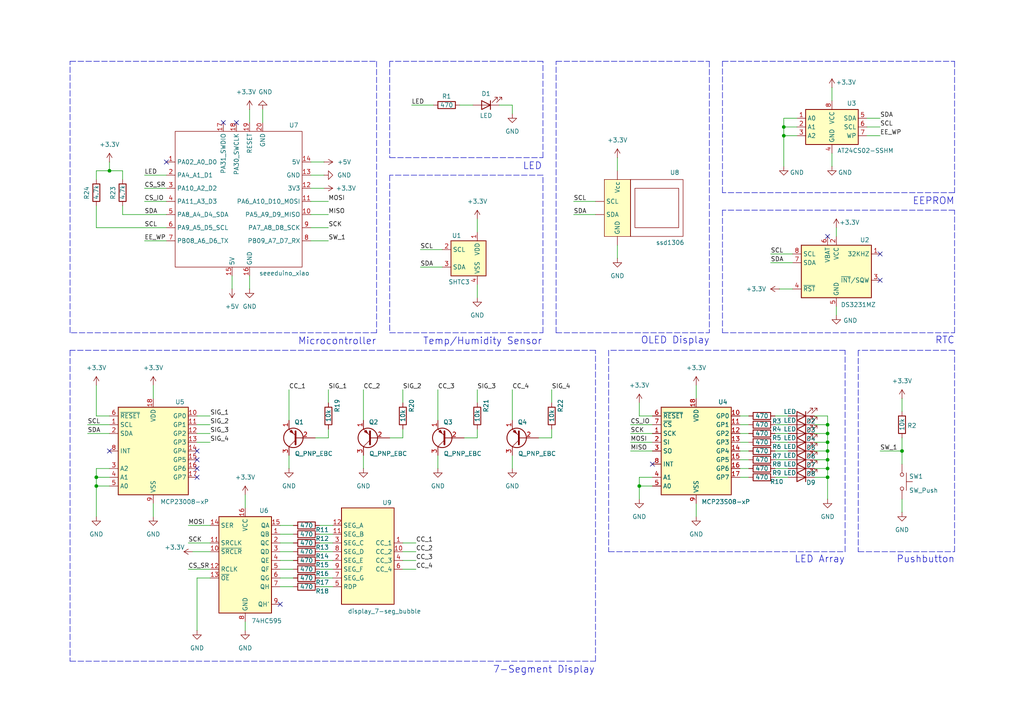
<source format=kicad_sch>
(kicad_sch (version 20231120) (generator "eeschema") (generator_version "8.0")
  (paper "A4")
  (title_block (title "demo-drivers") (rev "v1") (company "John Greenwell"))
  (lib_symbols
    (symbol "74xx:74HC595"
      (property "Reference" "U" (at -7.62 13.97 0))
      (property "Value" "74HC595" (at -7.62 -16.51 0))
      (symbol "74HC595_1_0"
        (pin tri_state line (at 10.16 7.62 180) (length 2.54) (name "QB") (number "1"))
        (pin input line (at -10.16 2.54 0) (length 2.54) (name "~{SRCLR}") (number "10"))
        (pin input line (at -10.16 5.08 0) (length 2.54) (name "SRCLK") (number "11"))
        (pin input line (at -10.16 -2.54 0) (length 2.54) (name "RCLK") (number "12"))
        (pin input line (at -10.16 -5.08 0) (length 2.54) (name "~{OE}") (number "13"))
        (pin input line (at -10.16 10.16 0) (length 2.54) (name "SER") (number "14"))
        (pin tri_state line (at 10.16 10.16 180) (length 2.54) (name "QA") (number "15"))
        (pin power_in line (at 0 15.24 270) (length 2.54) (name "VCC") (number "16"))
        (pin tri_state line (at 10.16 5.08 180) (length 2.54) (name "QC") (number "2"))
        (pin tri_state line (at 10.16 2.54 180) (length 2.54) (name "QD") (number "3"))
        (pin tri_state line (at 10.16 0 180) (length 2.54) (name "QE") (number "4"))
        (pin tri_state line (at 10.16 -2.54 180) (length 2.54) (name "QF") (number "5"))
        (pin tri_state line (at 10.16 -5.08 180) (length 2.54) (name "QG") (number "6"))
        (pin tri_state line (at 10.16 -7.62 180) (length 2.54) (name "QH") (number "7"))
        (pin power_in line (at 0 -17.78 90) (length 2.54) (name "GND") (number "8"))
        (pin output line (at 10.16 -12.7 180) (length 2.54) (name "QH'") (number "9"))
      )
      (symbol "74HC595_1_1"
        (rectangle (start -7.62 12.7) (end 7.62 -15.24) (stroke (width 0.254)) (fill (type background)))
      )
    )
    (symbol "Device:LED" (pin_numbers hide) (pin_names (offset 1.016) hide)
      (property "Reference" "D" (at 0 2.54 0))
      (property "Value" "LED" (at 0 -2.54 0))
      (symbol "LED_0_1"
        (polyline (pts (xy -1.27 -1.27) (xy -1.27 1.27)) (stroke (width 0.254)))
        (polyline (pts (xy -1.27 0) (xy 1.27 0)))
        (polyline (pts (xy 1.27 -1.27) (xy 1.27 1.27) (xy -1.27 0) (xy 1.27 -1.27)) (stroke (width 0.254)))
        (polyline (pts (xy -3.048 -0.762) (xy -4.572 -2.286) (xy -3.81 -2.286) (xy -4.572 -2.286) (xy -4.572 -1.524)))
        (polyline (pts (xy -1.778 -0.762) (xy -3.302 -2.286) (xy -2.54 -2.286) (xy -3.302 -2.286) (xy -3.302 -1.524)))
      )
      (symbol "LED_1_1"
        (pin passive line (at -3.81 0 0) (length 2.54) (name "K") (number "1"))
        (pin passive line (at 3.81 0 180) (length 2.54) (name "A") (number "2"))
      )
    )
    (symbol "Device:Q_PNP_EBC" (pin_names (offset 0) hide)
      (property "Reference" "Q" (at 5.08 1.27 0))
      (property "Value" "Q_PNP_EBC" (at 5.08 -1.27 0))
      (symbol "Q_PNP_EBC_0_1"
        (polyline (pts (xy 0.635 0.635) (xy 2.54 2.54)))
        (polyline (pts (xy 0.635 -0.635) (xy 2.54 -2.54) (xy 2.54 -2.54)))
        (polyline (pts (xy 0.635 1.905) (xy 0.635 -1.905) (xy 0.635 -1.905)) (stroke (width 0.508)))
        (polyline (pts (xy 2.286 -1.778) (xy 1.778 -2.286) (xy 1.27 -1.27) (xy 2.286 -1.778) (xy 2.286 -1.778)) (fill (type outline)))
        (circle (center 1.27 0) (radius 2.8194) (stroke (width 0.254)))
      )
      (symbol "Q_PNP_EBC_1_1"
        (pin passive line (at 2.54 -5.08 90) (length 2.54) (name "E") (number "1"))
        (pin input line (at -5.08 0 0) (length 5.715) (name "B") (number "2"))
        (pin passive line (at 2.54 5.08 270) (length 2.54) (name "C") (number "3"))
      )
    )
    (symbol "Device:R" (pin_numbers hide) (pin_names (offset 0))
      (property "Reference" "R" (at 2.032 0 90))
      (property "Value" "R" (at 0 0 90))
      (symbol "R_0_1"
        (rectangle (start -1.016 -2.54) (end 1.016 2.54) (stroke (width 0.254)))
      )
      (symbol "R_1_1"
        (pin passive line (at 0 3.81 270) (length 1.27) (name "~") (number "1"))
        (pin passive line (at 0 -3.81 90) (length 1.27) (name "~") (number "2"))
      )
    )
    (symbol "Interface_Expansion:MCP23008-xP"
      (property "Reference" "U" (at -8.89 13.97 0))
      (property "Value" "MCP23008-xP" (at 8.89 13.97 0))
      (symbol "MCP23008-xP_0_1"
        (rectangle (start -10.16 12.7) (end 10.16 -12.7) (stroke (width 0.254)) (fill (type background)))
      )
      (symbol "MCP23008-xP_1_1"
        (pin input line (at -12.7 7.62 0) (length 2.54) (name "SCL") (number "1"))
        (pin bidirectional line (at 12.7 10.16 180) (length 2.54) (name "GP0") (number "10"))
        (pin bidirectional line (at 12.7 7.62 180) (length 2.54) (name "GP1") (number "11"))
        (pin bidirectional line (at 12.7 5.08 180) (length 2.54) (name "GP2") (number "12"))
        (pin bidirectional line (at 12.7 2.54 180) (length 2.54) (name "GP3") (number "13"))
        (pin bidirectional line (at 12.7 0 180) (length 2.54) (name "GP4") (number "14"))
        (pin bidirectional line (at 12.7 -2.54 180) (length 2.54) (name "GP5") (number "15"))
        (pin bidirectional line (at 12.7 -5.08 180) (length 2.54) (name "GP6") (number "16"))
        (pin bidirectional line (at 12.7 -7.62 180) (length 2.54) (name "GP7") (number "17"))
        (pin power_in line (at 0 15.24 270) (length 2.54) (name "VDD") (number "18"))
        (pin bidirectional line (at -12.7 5.08 0) (length 2.54) (name "SDA") (number "2"))
        (pin input line (at -12.7 -5.08 0) (length 2.54) (name "A2") (number "3"))
        (pin input line (at -12.7 -7.62 0) (length 2.54) (name "A1") (number "4"))
        (pin input line (at -12.7 -10.16 0) (length 2.54) (name "A0") (number "5"))
        (pin input line (at -12.7 10.16 0) (length 2.54) (name "~{RESET}") (number "6"))
        (pin no_connect line (at -10.16 -2.54 0) (length 2.54) hide (name "NC") (number "7"))
        (pin output line (at -12.7 0 0) (length 2.54) (name "INT") (number "8"))
        (pin power_in line (at 0 -15.24 90) (length 2.54) (name "VSS") (number "9"))
      )
    )
    (symbol "Memory_EEPROM:AT24CS02-SSHM"
      (property "Reference" "U" (at -7.62 6.35 0))
      (property "Value" "AT24CS02-SSHM" (at 2.54 -6.35 0))
      (symbol "AT24CS02-SSHM_1_1"
        (rectangle (start -7.62 5.08) (end 7.62 -5.08) (stroke (width 0.254)) (fill (type background)))
        (pin input line (at -10.16 2.54 0) (length 2.54) (name "A0") (number "1"))
        (pin input line (at -10.16 0 0) (length 2.54) (name "A1") (number "2"))
        (pin input line (at -10.16 -2.54 0) (length 2.54) (name "A2") (number "3"))
        (pin power_in line (at 0 -7.62 90) (length 2.54) (name "GND") (number "4"))
        (pin bidirectional line (at 10.16 2.54 180) (length 2.54) (name "SDA") (number "5"))
        (pin input line (at 10.16 0 180) (length 2.54) (name "SCL") (number "6"))
        (pin input line (at 10.16 -2.54 180) (length 2.54) (name "WP") (number "7"))
        (pin power_in line (at 0 7.62 270) (length 2.54) (name "VCC") (number "8"))
      )
    )
    (symbol "Sensor_Humidity:SHTC3"
      (property "Reference" "U" (at -3.81 6.35 0))
      (property "Value" "SHTC3" (at -2.54 -6.35 0))
      (symbol "SHTC3_1_1"
        (rectangle (start -5.08 5.08) (end 5.08 -5.08) (stroke (width 0.254)) (fill (type background)))
        (pin power_in line (at 2.54 7.62 270) (length 2.54) (name "VDD") (number "1"))
        (pin input line (at -7.62 2.54 0) (length 2.54) (name "SCL") (number "2"))
        (pin bidirectional line (at -7.62 -2.54 0) (length 2.54) (name "SDA") (number "3"))
        (pin power_in line (at 2.54 -7.62 90) (length 2.54) (name "VSS") (number "4"))
        (pin no_connect line (at 5.08 0 180) (length 2.54) hide (name "NC") (number "5"))
      )
    )
    (symbol "Switch:SW_Push" (pin_numbers hide) (pin_names (offset 1.016) hide)
      (property "Reference" "SW" (at 1.27 2.54 0))
      (property "Value" "SW_Push" (at 0 -1.524 0))
      (symbol "SW_Push_0_1"
        (circle (center -2.032 0) (radius 0.508))
        (polyline (pts (xy 0 1.27) (xy 0 3.048)))
        (polyline (pts (xy 2.54 1.27) (xy -2.54 1.27)))
        (circle (center 2.032 0) (radius 0.508))
        (pin passive line (at -5.08 0 0) (length 2.54) (name "1") (number "1"))
        (pin passive line (at 5.08 0 180) (length 2.54) (name "2") (number "2"))
      )
    )
    (symbol "Timer_RTC:DS3231MZ"
      (property "Reference" "U" (at -7.62 8.89 0))
      (property "Value" "DS3231MZ" (at 11.43 8.89 0))
      (symbol "DS3231MZ_0_1"
        (rectangle (start -10.16 7.62) (end 10.16 -7.62) (stroke (width 0.254)) (fill (type background)))
      )
      (symbol "DS3231MZ_1_1"
        (pin open_collector line (at 12.7 5.08 180) (length 2.54) (name "32KHZ") (number "1"))
        (pin power_in line (at 0 10.16 270) (length 2.54) (name "VCC") (number "2"))
        (pin open_collector line (at 12.7 -2.54 180) (length 2.54) (name "~{INT}/SQW") (number "3"))
        (pin bidirectional line (at -12.7 -5.08 0) (length 2.54) (name "~{RST}") (number "4"))
        (pin power_in line (at 0 -10.16 90) (length 2.54) (name "GND") (number "5"))
        (pin power_in line (at -2.54 10.16 270) (length 2.54) (name "VBAT") (number "6"))
        (pin bidirectional line (at -12.7 2.54 0) (length 2.54) (name "SDA") (number "7"))
        (pin input line (at -12.7 5.08 0) (length 2.54) (name "SCL") (number "8"))
      )
    )
    (symbol "custom:MCP23S08-xP"
      (property "Reference" "U" (at -8.89 13.97 0))
      (property "Value" "MCP23S08-xP" (at 8.89 14.224 0))
      (symbol "MCP23S08-xP_0_1"
        (rectangle (start -10.16 12.7) (end 10.16 -12.7) (stroke (width 0.254)) (fill (type background)))
      )
      (symbol "MCP23S08-xP_1_1"
        (pin output line (at -12.7 5.08 0) (length 2.54) (name "SCK") (number "1"))
        (pin bidirectional line (at 12.7 10.16 180) (length 2.54) (name "GP0") (number "10"))
        (pin bidirectional line (at 12.7 7.62 180) (length 2.54) (name "GP1") (number "11"))
        (pin bidirectional line (at 12.7 5.08 180) (length 2.54) (name "GP2") (number "12"))
        (pin bidirectional line (at 12.7 2.54 180) (length 2.54) (name "GP3") (number "13"))
        (pin bidirectional line (at 12.7 0 180) (length 2.54) (name "GP4") (number "14"))
        (pin bidirectional line (at 12.7 -2.54 180) (length 2.54) (name "GP5") (number "15"))
        (pin bidirectional line (at 12.7 -5.08 180) (length 2.54) (name "GP6") (number "16"))
        (pin bidirectional line (at 12.7 -7.62 180) (length 2.54) (name "GP7") (number "17"))
        (pin power_in line (at 0 15.24 270) (length 2.54) (name "VDD") (number "18"))
        (pin input line (at -12.7 2.54 0) (length 2.54) (name "SI") (number "2"))
        (pin output line (at -12.7 0 0) (length 2.54) (name "SO") (number "3"))
        (pin input line (at -12.7 -7.62 0) (length 2.54) (name "A1") (number "4"))
        (pin input line (at -12.7 -10.16 0) (length 2.54) (name "A0") (number "5"))
        (pin input line (at -12.7 10.16 0) (length 2.54) (name "~{RESET}") (number "6"))
        (pin input line (at -12.7 7.62 0) (length 2.54) (name "~{CS}") (number "7"))
        (pin output line (at -12.7 -3.81 0) (length 2.54) (name "INT") (number "8"))
        (pin power_in line (at 0 -15.24 90) (length 2.54) (name "VSS") (number "9"))
      )
    )
    (symbol "custom:display_7-seg_bubble"
      (property "Reference" "U" (at 0 0 0))
      (property "Value" "display_7-seg_bubble" (at 5.08 -15.494 0))
      (symbol "display_7-seg_bubble_1_1"
        (rectangle (start -7.62 13.97) (end 7.62 -13.97) (stroke (width 0.254)) (fill (type background)))
        (pin open_emitter line (at 10.16 3.81 180) (length 2.54) (name "CC_1") (number "1"))
        (pin open_emitter line (at 10.16 1.27 180) (length 2.54) (name "CC_2") (number "10"))
        (pin open_collector line (at -10.16 6.35 0) (length 2.54) (name "SEG_B") (number "11"))
        (pin open_collector line (at -10.16 8.89 0) (length 2.54) (name "SEG_A") (number "12"))
        (pin open_collector line (at -10.16 -1.27 0) (length 2.54) (name "SEG_E") (number "2"))
        (pin open_collector line (at -10.16 3.81 0) (length 2.54) (name "SEG_C") (number "3"))
        (pin open_emitter line (at 10.16 -1.27 180) (length 2.54) (name "CC_3") (number "4"))
        (pin open_collector line (at -10.16 -8.89 0) (length 2.54) (name "RDP") (number "5"))
        (pin open_emitter line (at 10.16 -3.81 180) (length 2.54) (name "CC_4") (number "6"))
        (pin open_collector line (at -10.16 -6.35 0) (length 2.54) (name "SEG_G") (number "7"))
        (pin open_collector line (at -10.16 1.27 0) (length 2.54) (name "SEG_D") (number "8"))
        (pin open_collector line (at -10.16 -3.81 0) (length 2.54) (name "SEG_F") (number "9"))
      )
    )
    (symbol "custom:seeeduino_xiao"
      (property "Reference" "U" (at 0 0 0))
      (property "Value" "seeeduino_xiao" (at 11.938 -20.574 0))
      (symbol "seeeduino_xiao_0_1"
        (rectangle (start -19.05 20.32) (end 17.78 -19.05))
      )
      (symbol "seeeduino_xiao_1_1"
        (pin unspecified line (at -21.59 11.43 0) (length 2.54) (name "PA02_A0_D0") (number "1"))
        (pin unspecified line (at 20.32 -3.81 180) (length 2.54) (name "PA5_A9_D9_MISO") (number "10"))
        (pin unspecified line (at 20.32 0 180) (length 2.54) (name "PA6_A10_D10_MOSI") (number "11"))
        (pin unspecified line (at 20.32 3.81 180) (length 2.54) (name "3V3") (number "12"))
        (pin unspecified line (at 20.32 7.62 180) (length 2.54) (name "GND") (number "13"))
        (pin unspecified line (at 20.32 11.43 180) (length 2.54) (name "5V") (number "14"))
        (pin input line (at -2.54 -21.59 90) (length 2.54) (name "5V") (number "15"))
        (pin input line (at 2.54 -21.59 90) (length 2.54) (name "GND") (number "16"))
        (pin input line (at -5.08 22.86 270) (length 2.54) (name "PA31_SWDIO") (number "17"))
        (pin input line (at -1.27 22.86 270) (length 2.54) (name "PA30_SWCLK") (number "18"))
        (pin input line (at 2.54 22.86 270) (length 2.54) (name "RESET") (number "19"))
        (pin unspecified line (at -21.59 7.62 0) (length 2.54) (name "PA4_A1_D1") (number "2"))
        (pin input line (at 6.35 22.86 270) (length 2.54) (name "GND") (number "20"))
        (pin unspecified line (at -21.59 3.81 0) (length 2.54) (name "PA10_A2_D2") (number "3"))
        (pin unspecified line (at -21.59 0 0) (length 2.54) (name "PA11_A3_D3") (number "4"))
        (pin unspecified line (at -21.59 -3.81 0) (length 2.54) (name "PA8_A4_D4_SDA") (number "5"))
        (pin unspecified line (at -21.59 -7.62 0) (length 2.54) (name "PA9_A5_D5_SCL") (number "6"))
        (pin unspecified line (at -21.59 -11.43 0) (length 2.54) (name "PB08_A6_D6_TX") (number "7"))
        (pin unspecified line (at 20.32 -11.43 180) (length 2.54) (name "PB09_A7_D7_RX") (number "8"))
        (pin unspecified line (at 20.32 -7.62 180) (length 2.54) (name "PA7_A8_D8_SCK") (number "9"))
      )
    )
    (symbol "custom:ssd1306"
      (property "Reference" "U" (at -1.27 0 0))
      (property "Value" "ssd1306" (at 7.366 -7.874 0))
      (symbol "ssd1306_0_0"
        (text "" (at -13.97 0 0) (effects (font (size 1.27 1.27))))
        (text "" (at -12.7 3.81 0) (effects (font (size 1.27 1.27))))
        (text "" (at -12.7 3.81 0) (effects (font (size 1.27 1.27))))
      )
      (symbol "ssd1306_1_1"
        (rectangle (start -11.43 10.16) (end -3.81 -6.35) (fill (type background)))
        (rectangle (start -3.81 10.16) (end 11.43 -6.35))
        (rectangle (start -2.54 7.62) (end 10.16 -3.81))
        (pin power_in line (at -7.62 -8.89 90) (length 2.54) (name "GND") (number ""))
        (pin input line (at -13.97 3.81 0) (length 2.54) (name "SCL") (number ""))
        (pin bidirectional line (at -13.97 0 0) (length 2.54) (name "SDA") (number ""))
        (pin power_in line (at -7.62 12.7 270) (length 2.54) (name "Vcc") (number ""))
      )
    )
    (symbol "power:+3.3V" (power) (pin_numbers hide) (pin_names (offset 0) hide)
      (property "Value" "+3.3V" (at 0 3.556 0))
      (symbol "+3.3V_0_1"
        (polyline (pts (xy -0.762 1.27) (xy 0 2.54)))
        (polyline (pts (xy 0 0) (xy 0 2.54)))
        (polyline (pts (xy 0 2.54) (xy 0.762 1.27)))
      )
      (symbol "+3.3V_1_1"
        (pin power_in line (at 0 0 90) (length 0) (name "~") (number "1"))
      )
    )
    (symbol "power:+5V" (power) (pin_numbers hide) (pin_names (offset 0) hide)
      (property "Value" "+5V" (at 0 3.556 0))
      (symbol "+5V_0_1"
        (polyline (pts (xy -0.762 1.27) (xy 0 2.54)))
        (polyline (pts (xy 0 0) (xy 0 2.54)))
        (polyline (pts (xy 0 2.54) (xy 0.762 1.27)))
      )
      (symbol "+5V_1_1"
        (pin power_in line (at 0 0 90) (length 0) (name "~") (number "1"))
      )
    )
    (symbol "power:GND" (power) (pin_numbers hide) (pin_names (offset 0) hide)
      (property "Value" "GND" (at 0 -3.81 0))
      (symbol "GND_0_1"
        (polyline (pts (xy 0 0) (xy 0 -1.27) (xy 1.27 -1.27) (xy 0 -2.54) (xy -1.27 -1.27) (xy 0 -1.27)))
      )
      (symbol "GND_1_1"
        (pin power_in line (at 0 0 270) (length 0) (name "~") (number "1"))
      )
    )
  )
  (junction (at 261.62 130.81))
  (junction (at 240.03 128.27))
  (junction (at 240.03 138.43))
  (junction (at 240.03 135.89))
  (junction (at 27.94 138.43))
  (junction (at 240.03 123.19))
  (junction (at 27.94 140.97))
  (junction (at 185.42 140.97))
  (junction (at 31.75 49.53))
  (junction (at 227.33 39.37))
  (junction (at 240.03 130.81))
  (junction (at 240.03 133.35))
  (junction (at 240.03 125.73))
  (junction (at 227.33 36.83))
  (no_connect (at 57.15 135.89))
  (no_connect (at 255.27 81.28))
  (no_connect (at 31.75 130.81))
  (no_connect (at 57.15 130.81))
  (no_connect (at 189.23 134.62))
  (no_connect (at 240.03 68.58))
  (no_connect (at 48.26 46.99))
  (no_connect (at 57.15 133.35))
  (no_connect (at 57.15 138.43))
  (no_connect (at 81.28 175.26))
  (no_connect (at 68.58 35.56))
  (no_connect (at 255.27 73.66))
  (no_connect (at 64.77 35.56))
  (wire (pts (xy 67.31 80.01) (xy 67.31 83.82)))
  (wire (pts (xy 201.93 146.05) (xy 201.93 149.86)))
  (wire (pts (xy 231.14 39.37) (xy 227.33 39.37)))
  (wire (pts (xy 240.03 125.73) (xy 240.03 128.27)))
  (wire (pts (xy 25.4 123.19) (xy 31.75 123.19)))
  (wire (pts (xy 138.43 63.5) (xy 138.43 67.31)))
  (wire (pts (xy 27.94 49.53) (xy 31.75 49.53)))
  (wire (pts (xy 224.79 133.35) (xy 228.6 133.35)))
  (wire (pts (xy 160.02 113.03) (xy 160.02 116.84)))
  (wire (pts (xy 95.25 127) (xy 95.25 124.46)))
  (wire (pts (xy 185.42 140.97) (xy 189.23 140.97)))
  (polyline (pts (xy 209.55 55.88) (xy 209.55 17.78)) (stroke (width 0) (type dash)))
  (polyline (pts (xy 248.92 101.6) (xy 248.92 160.02)) (stroke (width 0) (type dash)))
  (wire (pts (xy 261.62 115.57) (xy 261.62 119.38)))
  (polyline (pts (xy 113.03 96.52) (xy 157.48 96.52)) (stroke (width 0) (type dash)))
  (wire (pts (xy 214.63 133.35) (xy 217.17 133.35)))
  (wire (pts (xy 92.71 154.94) (xy 96.52 154.94)))
  (polyline (pts (xy 20.32 191.77) (xy 172.72 191.77)) (stroke (width 0) (type dash)))
  (wire (pts (xy 223.52 73.66) (xy 229.87 73.66)))
  (wire (pts (xy 72.39 80.01) (xy 72.39 83.82)))
  (polyline (pts (xy 157.48 45.72) (xy 157.48 17.78)) (stroke (width 0) (type dash)))
  (wire (pts (xy 71.12 180.34) (xy 71.12 182.88)))
  (wire (pts (xy 189.23 138.43) (xy 185.42 138.43)))
  (wire (pts (xy 224.79 135.89) (xy 228.6 135.89)))
  (wire (pts (xy 251.46 34.29) (xy 255.27 34.29)))
  (wire (pts (xy 27.94 66.04) (xy 27.94 59.69)))
  (wire (pts (xy 35.56 49.53) (xy 31.75 49.53)))
  (wire (pts (xy 240.03 128.27) (xy 240.03 130.81)))
  (wire (pts (xy 54.61 157.48) (xy 60.96 157.48)))
  (polyline (pts (xy 172.72 101.6) (xy 20.32 101.6)) (stroke (width 0) (type dash)))
  (wire (pts (xy 55.88 160.02) (xy 60.96 160.02)))
  (wire (pts (xy 81.28 162.56) (xy 85.09 162.56)))
  (polyline (pts (xy 205.74 17.78) (xy 205.74 96.52)) (stroke (width 0) (type dash)))
  (wire (pts (xy 224.79 128.27) (xy 228.6 128.27)))
  (wire (pts (xy 231.14 34.29) (xy 227.33 34.29)))
  (polyline (pts (xy 109.22 96.52) (xy 20.32 96.52)) (stroke (width 0) (type dash)))
  (wire (pts (xy 241.3 44.45) (xy 241.3 48.26)))
  (wire (pts (xy 138.43 113.03) (xy 138.43 116.84)))
  (wire (pts (xy 27.94 120.65) (xy 31.75 120.65)))
  (wire (pts (xy 76.2 31.75) (xy 76.2 35.56)))
  (wire (pts (xy 223.52 76.2) (xy 229.87 76.2)))
  (wire (pts (xy 185.42 144.78) (xy 185.42 140.97)))
  (wire (pts (xy 57.15 125.73) (xy 60.96 125.73)))
  (wire (pts (xy 81.28 154.94) (xy 85.09 154.94)))
  (wire (pts (xy 182.88 123.19) (xy 189.23 123.19)))
  (wire (pts (xy 41.91 54.61) (xy 48.26 54.61)))
  (wire (pts (xy 31.75 49.53) (xy 31.75 46.99)))
  (wire (pts (xy 134.62 127) (xy 138.43 127)))
  (wire (pts (xy 179.07 45.72) (xy 179.07 49.53)))
  (wire (pts (xy 214.63 135.89) (xy 217.17 135.89)))
  (wire (pts (xy 41.91 50.8) (xy 48.26 50.8)))
  (wire (pts (xy 83.82 113.03) (xy 83.82 121.92)))
  (polyline (pts (xy 245.11 101.6) (xy 176.53 101.6)) (stroke (width 0) (type dash)))
  (wire (pts (xy 214.63 128.27) (xy 217.17 128.27)))
  (polyline (pts (xy 276.86 96.52) (xy 276.86 60.96)) (stroke (width 0) (type dash)))
  (wire (pts (xy 240.03 120.65) (xy 240.03 123.19)))
  (wire (pts (xy 148.59 113.03) (xy 148.59 121.92)))
  (wire (pts (xy 214.63 120.65) (xy 217.17 120.65)))
  (wire (pts (xy 90.17 54.61) (xy 93.98 54.61)))
  (polyline (pts (xy 209.55 60.96) (xy 209.55 96.52)) (stroke (width 0) (type dash)))
  (wire (pts (xy 91.44 127) (xy 95.25 127)))
  (wire (pts (xy 236.22 138.43) (xy 240.03 138.43)))
  (wire (pts (xy 236.22 133.35) (xy 240.03 133.35)))
  (wire (pts (xy 27.94 140.97) (xy 27.94 149.86)))
  (wire (pts (xy 54.61 152.4) (xy 60.96 152.4)))
  (wire (pts (xy 240.03 123.19) (xy 240.03 125.73)))
  (wire (pts (xy 227.33 39.37) (xy 227.33 48.26)))
  (wire (pts (xy 127 113.03) (xy 127 121.92)))
  (wire (pts (xy 182.88 125.73) (xy 189.23 125.73)))
  (wire (pts (xy 116.84 157.48) (xy 120.65 157.48)))
  (wire (pts (xy 31.75 135.89) (xy 27.94 135.89)))
  (polyline (pts (xy 161.29 96.52) (xy 161.29 17.78)) (stroke (width 0) (type dash)))
  (wire (pts (xy 90.17 66.04) (xy 95.25 66.04)))
  (wire (pts (xy 119.38 30.48) (xy 125.73 30.48)))
  (wire (pts (xy 214.63 125.73) (xy 217.17 125.73)))
  (wire (pts (xy 182.88 128.27) (xy 189.23 128.27)))
  (wire (pts (xy 116.84 160.02) (xy 120.65 160.02)))
  (wire (pts (xy 116.84 165.1) (xy 120.65 165.1)))
  (wire (pts (xy 90.17 58.42) (xy 95.25 58.42)))
  (polyline (pts (xy 276.86 101.6) (xy 248.92 101.6)) (stroke (width 0) (type dash)))
  (wire (pts (xy 83.82 132.08) (xy 83.82 135.89)))
  (wire (pts (xy 92.71 157.48) (xy 96.52 157.48)))
  (wire (pts (xy 236.22 125.73) (xy 240.03 125.73)))
  (wire (pts (xy 90.17 62.23) (xy 95.25 62.23)))
  (wire (pts (xy 166.37 58.42) (xy 172.72 58.42)))
  (wire (pts (xy 35.56 62.23) (xy 35.56 59.69)))
  (wire (pts (xy 251.46 39.37) (xy 255.27 39.37)))
  (wire (pts (xy 90.17 50.8) (xy 93.98 50.8)))
  (polyline (pts (xy 176.53 101.6) (xy 176.53 160.02)) (stroke (width 0) (type dash)))
  (wire (pts (xy 31.75 140.97) (xy 27.94 140.97)))
  (polyline (pts (xy 20.32 96.52) (xy 20.32 17.78)) (stroke (width 0) (type dash)))
  (polyline (pts (xy 157.48 50.8) (xy 113.03 50.8)) (stroke (width 0) (type dash)))
  (wire (pts (xy 60.96 167.64) (xy 57.15 167.64)))
  (wire (pts (xy 182.88 130.81) (xy 189.23 130.81)))
  (polyline (pts (xy 109.22 17.78) (xy 109.22 96.52)) (stroke (width 0) (type dash)))
  (wire (pts (xy 90.17 69.85) (xy 95.25 69.85)))
  (wire (pts (xy 240.03 138.43) (xy 240.03 144.78)))
  (wire (pts (xy 27.94 52.07) (xy 27.94 49.53)))
  (wire (pts (xy 261.62 127) (xy 261.62 130.81)))
  (polyline (pts (xy 20.32 17.78) (xy 109.22 17.78)) (stroke (width 0) (type dash)))
  (wire (pts (xy 148.59 132.08) (xy 148.59 135.89)))
  (wire (pts (xy 240.03 130.81) (xy 240.03 133.35)))
  (wire (pts (xy 226.06 83.82) (xy 229.87 83.82)))
  (wire (pts (xy 90.17 46.99) (xy 93.98 46.99)))
  (wire (pts (xy 236.22 130.81) (xy 240.03 130.81)))
  (polyline (pts (xy 276.86 60.96) (xy 209.55 60.96)) (stroke (width 0) (type dash)))
  (wire (pts (xy 236.22 128.27) (xy 240.03 128.27)))
  (wire (pts (xy 81.28 157.48) (xy 85.09 157.48)))
  (wire (pts (xy 105.41 132.08) (xy 105.41 135.89)))
  (wire (pts (xy 72.39 31.75) (xy 72.39 35.56)))
  (wire (pts (xy 201.93 111.76) (xy 201.93 115.57)))
  (wire (pts (xy 121.92 77.47) (xy 128.27 77.47)))
  (polyline (pts (xy 209.55 96.52) (xy 276.86 96.52)) (stroke (width 0) (type dash)))
  (wire (pts (xy 35.56 52.07) (xy 35.56 49.53)))
  (wire (pts (xy 160.02 127) (xy 160.02 124.46)))
  (wire (pts (xy 251.46 36.83) (xy 255.27 36.83)))
  (wire (pts (xy 81.28 160.02) (xy 85.09 160.02)))
  (wire (pts (xy 227.33 34.29) (xy 227.33 36.83)))
  (wire (pts (xy 116.84 162.56) (xy 120.65 162.56)))
  (wire (pts (xy 242.57 88.9) (xy 242.57 91.44)))
  (wire (pts (xy 179.07 71.12) (xy 179.07 74.93)))
  (wire (pts (xy 255.27 130.81) (xy 261.62 130.81)))
  (polyline (pts (xy 157.48 17.78) (xy 113.03 17.78)) (stroke (width 0) (type dash)))
  (wire (pts (xy 81.28 165.1) (xy 85.09 165.1)))
  (wire (pts (xy 231.14 36.83) (xy 227.33 36.83)))
  (wire (pts (xy 127 132.08) (xy 127 135.89)))
  (wire (pts (xy 57.15 167.64) (xy 57.15 182.88)))
  (wire (pts (xy 185.42 138.43) (xy 185.42 140.97)))
  (polyline (pts (xy 276.86 55.88) (xy 209.55 55.88)) (stroke (width 0) (type dash)))
  (polyline (pts (xy 161.29 96.52) (xy 205.74 96.52)) (stroke (width 0) (type dash)))
  (wire (pts (xy 113.03 127) (xy 116.84 127)))
  (wire (pts (xy 31.75 138.43) (xy 27.94 138.43)))
  (polyline (pts (xy 245.11 160.02) (xy 245.11 101.6)) (stroke (width 0) (type dash)))
  (wire (pts (xy 224.79 120.65) (xy 228.6 120.65)))
  (wire (pts (xy 236.22 123.19) (xy 240.03 123.19)))
  (wire (pts (xy 121.92 72.39) (xy 128.27 72.39)))
  (wire (pts (xy 81.28 170.18) (xy 85.09 170.18)))
  (wire (pts (xy 54.61 165.1) (xy 60.96 165.1)))
  (wire (pts (xy 92.71 165.1) (xy 96.52 165.1)))
  (wire (pts (xy 133.35 30.48) (xy 137.16 30.48)))
  (polyline (pts (xy 176.53 160.02) (xy 245.11 160.02)) (stroke (width 0) (type dash)))
  (wire (pts (xy 156.21 127) (xy 160.02 127)))
  (wire (pts (xy 240.03 133.35) (xy 240.03 135.89)))
  (wire (pts (xy 92.71 160.02) (xy 96.52 160.02)))
  (polyline (pts (xy 276.86 17.78) (xy 276.86 55.88)) (stroke (width 0) (type dash)))
  (wire (pts (xy 57.15 128.27) (xy 60.96 128.27)))
  (wire (pts (xy 81.28 152.4) (xy 85.09 152.4)))
  (wire (pts (xy 138.43 127) (xy 138.43 124.46)))
  (polyline (pts (xy 209.55 17.78) (xy 276.86 17.78)) (stroke (width 0) (type dash)))
  (wire (pts (xy 236.22 120.65) (xy 240.03 120.65)))
  (wire (pts (xy 214.63 130.81) (xy 217.17 130.81)))
  (wire (pts (xy 57.15 123.19) (xy 60.96 123.19)))
  (polyline (pts (xy 161.29 17.78) (xy 205.74 17.78)) (stroke (width 0) (type dash)))
  (wire (pts (xy 25.4 125.73) (xy 31.75 125.73)))
  (wire (pts (xy 44.45 146.05) (xy 44.45 149.86)))
  (wire (pts (xy 81.28 167.64) (xy 85.09 167.64)))
  (wire (pts (xy 189.23 120.65) (xy 185.42 120.65)))
  (polyline (pts (xy 113.03 45.72) (xy 157.48 45.72)) (stroke (width 0) (type dash)))
  (polyline (pts (xy 113.03 17.78) (xy 113.03 45.72)) (stroke (width 0) (type dash)))
  (wire (pts (xy 138.43 82.55) (xy 138.43 86.36)))
  (wire (pts (xy 166.37 62.23) (xy 172.72 62.23)))
  (polyline (pts (xy 113.03 50.8) (xy 113.03 96.52)) (stroke (width 0) (type dash)))
  (wire (pts (xy 57.15 120.65) (xy 60.96 120.65)))
  (wire (pts (xy 242.57 66.04) (xy 242.57 68.58)))
  (polyline (pts (xy 20.32 101.6) (xy 20.32 191.77)) (stroke (width 0) (type dash)))
  (wire (pts (xy 261.62 144.78) (xy 261.62 148.59)))
  (wire (pts (xy 41.91 58.42) (xy 48.26 58.42)))
  (wire (pts (xy 214.63 123.19) (xy 217.17 123.19)))
  (wire (pts (xy 27.94 120.65) (xy 27.94 111.76)))
  (wire (pts (xy 27.94 138.43) (xy 27.94 140.97)))
  (polyline (pts (xy 157.48 96.52) (xy 157.48 50.8)) (stroke (width 0) (type dash)))
  (wire (pts (xy 241.3 25.4) (xy 241.3 29.21)))
  (wire (pts (xy 116.84 127) (xy 116.84 124.46)))
  (wire (pts (xy 224.79 138.43) (xy 228.6 138.43)))
  (wire (pts (xy 92.71 167.64) (xy 96.52 167.64)))
  (wire (pts (xy 92.71 162.56) (xy 96.52 162.56)))
  (wire (pts (xy 240.03 135.89) (xy 240.03 138.43)))
  (wire (pts (xy 92.71 170.18) (xy 96.52 170.18)))
  (wire (pts (xy 214.63 138.43) (xy 217.17 138.43)))
  (wire (pts (xy 71.12 143.51) (xy 71.12 147.32)))
  (wire (pts (xy 44.45 111.76) (xy 44.45 115.57)))
  (wire (pts (xy 148.59 30.48) (xy 148.59 33.02)))
  (wire (pts (xy 224.79 125.73) (xy 228.6 125.73)))
  (wire (pts (xy 224.79 130.81) (xy 228.6 130.81)))
  (wire (pts (xy 224.79 123.19) (xy 228.6 123.19)))
  (wire (pts (xy 105.41 113.03) (xy 105.41 121.92)))
  (wire (pts (xy 261.62 130.81) (xy 261.62 134.62)))
  (wire (pts (xy 92.71 152.4) (xy 96.52 152.4)))
  (polyline (pts (xy 248.92 160.02) (xy 276.86 160.02)) (stroke (width 0) (type dash)))
  (wire (pts (xy 144.78 30.48) (xy 148.59 30.48)))
  (wire (pts (xy 95.25 113.03) (xy 95.25 116.84)))
  (wire (pts (xy 35.56 62.23) (xy 48.26 62.23)))
  (wire (pts (xy 116.84 113.03) (xy 116.84 116.84)))
  (wire (pts (xy 27.94 135.89) (xy 27.94 138.43)))
  (wire (pts (xy 236.22 135.89) (xy 240.03 135.89)))
  (wire (pts (xy 227.33 36.83) (xy 227.33 39.37)))
  (wire (pts (xy 27.94 66.04) (xy 48.26 66.04)))
  (polyline (pts (xy 276.86 160.02) (xy 276.86 101.6)) (stroke (width 0) (type dash)))
  (polyline (pts (xy 172.72 191.77) (xy 172.72 101.6)) (stroke (width 0) (type dash)))
  (wire (pts (xy 41.91 69.85) (xy 48.26 69.85)))
  (wire (pts (xy 185.42 120.65) (xy 185.42 116.84)))
  (text "7-Segment Display" (at 157.734 194.31 0) (effects (font (size 2 2))))
  (text "RTC" (at 274.066 98.806 0) (effects (font (size 2 2))))
  (text "LED Array" (at 237.744 162.306 0) (effects (font (size 2 2))))
  (text "Microcontroller" (at 97.79 99.06 0) (effects (font (size 2 2))))
  (text "Pushbutton" (at 268.478 162.306 0) (effects (font (size 2 2))))
  (text "OLED Display" (at 195.834 98.806 0) (effects (font (size 2 2))))
  (text "Temp/Humidity Sensor" (at 139.954 99.06 0) (effects (font (size 2 2))))
  (text "LED" (at 154.432 48.26 0) (effects (font (size 2 2))))
  (text "EEPROM" (at 270.764 58.42 0) (effects (font (size 2 2))))
  (label "LED" (at 119.38 30.48 0))
  (label "EE_WP" (at 41.91 69.85 0))
  (label "MOSI" (at 95.25 58.42 0))
  (label "MOSI" (at 182.88 128.27 0))
  (label "CS_IO" (at 41.91 58.42 0))
  (label "SIG_1" (at 60.96 120.65 0))
  (label "CS_SR" (at 41.91 54.61 0))
  (label "SCL" (at 166.37 58.42 0))
  (label "CC_2" (at 105.41 113.03 0))
  (label "SIG_1" (at 95.25 113.03 0))
  (label "SCL" (at 255.27 36.83 0))
  (label "CC_4" (at 120.65 165.1 0))
  (label "SCK" (at 54.61 157.48 0))
  (label "MISO" (at 95.25 62.23 0))
  (label "SW_1" (at 255.27 130.81 0))
  (label "CC_3" (at 127 113.03 0))
  (label "SCL" (at 25.4 123.19 0))
  (label "SCK" (at 182.88 125.73 0))
  (label "SW_1" (at 95.25 69.85 0))
  (label "SCL" (at 223.52 73.66 0))
  (label "SDA" (at 121.92 77.47 0))
  (label "SIG_2" (at 116.84 113.03 0))
  (label "MISO" (at 182.88 130.81 0))
  (label "SIG_4" (at 60.96 128.27 0))
  (label "SCL" (at 41.91 66.04 0))
  (label "SCK" (at 95.25 66.04 0))
  (label "SDA" (at 41.91 62.23 0))
  (label "CS_SR" (at 54.61 165.1 0))
  (label "CC_3" (at 120.65 162.56 0))
  (label "MOSI" (at 54.61 152.4 0))
  (label "SDA" (at 25.4 125.73 0))
  (label "SDA" (at 223.52 76.2 0))
  (label "CC_4" (at 148.59 113.03 0))
  (label "SDA" (at 255.27 34.29 0))
  (label "SIG_2" (at 60.96 123.19 0))
  (label "CC_1" (at 83.82 113.03 0))
  (label "EE_WP" (at 255.27 39.37 0))
  (label "LED" (at 41.91 50.8 0))
  (label "SIG_4" (at 160.02 113.03 0))
  (label "CC_2" (at 120.65 160.02 0))
  (label "CC_1" (at 120.65 157.48 0))
  (label "SIG_3" (at 60.96 125.73 0))
  (label "SCL" (at 121.92 72.39 0))
  (label "CS_IO" (at 182.88 123.19 0))
  (label "SIG_3" (at 138.43 113.03 0))
  (label "SDA" (at 166.37 62.23 0))
  (symbol (lib_id "74xx:74HC595") (at 71.12 162.56 0) (unit 1)
    (property "Reference" "U6" (at 75.184 148.082 0) (effects (justify left)))
    (property "Value" "74HC595" (at 72.898 180.086 0) (effects (justify left)))
    (property "Datasheet" "http://www.ti.com/lit/ds/symlink/sn74hc595.pdf" (effects (hide yes)))
    (property "Description" "8-bit serial in/out Shift Register 3-State Outputs" (effects (hide yes)))
  )
  (symbol (lib_id "Device:R") (at 220.98 123.19 90) (unit 1)
    (property "Reference" "R4" (at 225.298 124.46 90))
    (property "Value" "470" (at 220.98 123.19 90))
    (property "Description" "Resistor" (effects (hide yes)))
  )
  (symbol (lib_id "Device:Q_PNP_EBC") (at 129.54 127 180) (unit 1)
    (property "Reference" "Q3" (at 131.318 122.428 0) (effects (justify left)))
    (property "Value" "Q_PNP_EBC" (at 139.7 131.572 0) (effects (justify left)))
    (property "Description" "PNP transistor, emitter/base/collector" (effects (hide yes)))
  )
  (symbol (lib_id "Device:R") (at 220.98 135.89 90) (unit 1)
    (property "Reference" "R9" (at 225.298 137.16 90))
    (property "Value" "470" (at 220.98 135.89 90))
    (property "Description" "Resistor" (effects (hide yes)))
  )
  (symbol (lib_id "power:GND") (at 105.41 135.89 0) (unit 1)
    (property "Reference" "#PWR035" (effects (hide yes)))
    (property "Value" "GND" (at 105.41 140.97 0))
    (property "Description" "Power symbol creates a global label with name \"GND\" , ground" (effects (hide yes)))
  )
  (symbol (lib_id "power:GND") (at 185.42 144.78 0) (unit 1)
    (property "Reference" "#PWR024" (effects (hide yes)))
    (property "Value" "GND" (at 185.42 149.86 0))
    (property "Description" "Power symbol creates a global label with name \"GND\" , ground" (effects (hide yes)))
  )
  (symbol (lib_id "power:+3.3V") (at 261.62 115.57 0) (unit 1)
    (property "Reference" "#PWR019" (effects (hide yes)))
    (property "Value" "+3.3V" (at 261.62 110.49 0))
    (property "Description" "Power symbol creates a global label with name \"+3.3V\"" (effects (hide yes)))
  )
  (symbol (lib_id "power:GND") (at 240.03 144.78 0) (unit 1)
    (property "Reference" "#PWR021" (effects (hide yes)))
    (property "Value" "GND" (at 240.03 149.86 0))
    (property "Description" "Power symbol creates a global label with name \"GND\" , ground" (effects (hide yes)))
  )
  (symbol (lib_id "Device:R") (at 88.9 154.94 90) (unit 1)
    (property "Reference" "R12" (at 93.472 156.21 90))
    (property "Value" "470" (at 88.9 154.94 90))
    (property "Description" "Resistor" (effects (hide yes)))
  )
  (symbol (lib_id "Interface_Expansion:MCP23008-xP") (at 44.45 130.81 0) (unit 1)
    (property "Reference" "U5" (at 50.8 116.586 0) (effects (justify left)))
    (property "Value" "MCP23008-xP" (at 46.482 145.542 0) (effects (justify left)))
    (property "Footprint" "Package_DIP:DIP-18_W7.62mm" (effects (hide yes)))
    (property "Datasheet" "http://ww1.microchip.com/downloads/en/DeviceDoc/MCP23008-MCP23S08-Data-Sheet-20001919F.pdf" (effects (hide yes)))
    (property "Description" "8-bit I/O expander, I2C, interrupts, PDIP-18" (effects (hide yes)))
  )
  (symbol (lib_id "Device:LED") (at 232.41 135.89 180) (unit 1)
    (property "Reference" "D8" (at 235.204 137.414 0))
    (property "Value" "LED" (at 229.108 134.62 0))
    (property "Description" "Light emitting diode" (effects (hide yes)))
  )
  (symbol (lib_id "power:GND") (at 261.62 148.59 0) (unit 1)
    (property "Reference" "#PWR020" (effects (hide yes)))
    (property "Value" "GND" (at 261.62 153.67 0))
    (property "Description" "Power symbol creates a global label with name \"GND\" , ground" (effects (hide yes)))
  )
  (symbol (lib_id "power:+3.3V") (at 93.98 54.61 270) (unit 1)
    (property "Reference" "#PWR07" (effects (hide yes)))
    (property "Value" "+3.3V" (at 100.33 54.61 90))
    (property "Description" "Power symbol creates a global label with name \"+3.3V\"" (effects (hide yes)))
  )
  (symbol (lib_id "power:+5V") (at 93.98 46.99 270) (unit 1)
    (property "Reference" "#PWR05" (effects (hide yes)))
    (property "Value" "+5V" (at 97.79 46.9899 90) (effects (justify left)))
    (property "Description" "Power symbol creates a global label with name \"+5V\"" (effects (hide yes)))
  )
  (symbol (lib_id "power:GND") (at 57.15 182.88 0) (unit 1)
    (property "Reference" "#PWR033" (effects (hide yes)))
    (property "Value" "GND" (at 57.15 187.96 0))
    (property "Description" "Power symbol creates a global label with name \"GND\" , ground" (effects (hide yes)))
  )
  (symbol (lib_id "Device:R") (at 116.84 120.65 0) (unit 1)
    (property "Reference" "R20" (at 119.38 119.634 90) (effects (justify left)))
    (property "Value" "10k" (at 116.84 122.428 90) (effects (justify left)))
    (property "Description" "Resistor" (effects (hide yes)))
  )
  (symbol (lib_id "Device:R") (at 261.62 123.19 0) (unit 1)
    (property "Reference" "R2" (at 263.144 123.444 0) (effects (justify left)))
    (property "Value" "10k" (at 261.62 124.968 90) (effects (justify left)))
    (property "Description" "Resistor" (effects (hide yes)))
  )
  (symbol (lib_id "Device:R") (at 220.98 133.35 90) (unit 1)
    (property "Reference" "R8" (at 225.298 134.62 90))
    (property "Value" "470" (at 220.98 133.35 90))
    (property "Description" "Resistor" (effects (hide yes)))
  )
  (symbol (lib_id "Memory_EEPROM:AT24CS02-SSHM") (at 241.3 36.83 0) (unit 1)
    (property "Reference" "U3" (at 245.618 29.972 0) (effects (justify left)))
    (property "Value" "AT24CS02-SSHM" (at 242.824 43.688 0) (effects (justify left)))
    (property "Footprint" "Package_SO:SOIC-8_3.9x4.9mm_P1.27mm" (effects (hide yes)))
    (property "Datasheet" "http://ww1.microchip.com/downloads/en/DeviceDoc/Atmel-8815-SEEPROM-AT24CS01-02-Datasheet.pdf" (effects (hide yes)))
    (property "Description" "I2C Serial EEPROM, 2Kb (256x8) with Unique Serial Number, SO8" (effects (hide yes)))
  )
  (symbol (lib_id "power:GND") (at 83.82 135.89 0) (unit 1)
    (property "Reference" "#PWR034" (effects (hide yes)))
    (property "Value" "GND" (at 83.82 140.97 0))
    (property "Description" "Power symbol creates a global label with name \"GND\" , ground" (effects (hide yes)))
  )
  (symbol (lib_id "power:+3.3V") (at 55.88 160.02 90) (unit 1)
    (property "Reference" "#PWR032" (effects (hide yes)))
    (property "Value" "+3.3V" (at 53.594 158.75 90) (effects (justify left)))
    (property "Description" "Power symbol creates a global label with name \"+3.3V\"" (effects (hide yes)))
  )
  (symbol (lib_id "power:GND") (at 148.59 33.02 0) (unit 1)
    (property "Reference" "#PWR08" (effects (hide yes)))
    (property "Value" "GND" (at 148.59 38.1 0))
    (property "Description" "Power symbol creates a global label with name \"GND\" , ground" (effects (hide yes)))
  )
  (symbol (lib_id "Timer_RTC:DS3231MZ") (at 242.57 78.74 0) (unit 1)
    (property "Reference" "U2" (at 249.428 69.596 0) (effects (justify left)))
    (property "Value" "DS3231MZ" (at 243.84 88.392 0) (effects (justify left)))
    (property "Footprint" "Package_SO:SOIC-8_3.9x4.9mm_P1.27mm" (effects (hide yes)))
    (property "Datasheet" "http://datasheets.maximintegrated.com/en/ds/DS3231M.pdf" (effects (hide yes)))
    (property "Description" "±5ppm, I2C Real-Time Clock SOIC-8" (effects (hide yes)))
  )
  (symbol (lib_id "power:+3.3V") (at 241.3 25.4 0) (unit 1)
    (property "Reference" "#PWR016" (effects (hide yes)))
    (property "Value" "+3.3V" (at 245.364 23.876 0))
    (property "Description" "Power symbol creates a global label with name \"+3.3V\"" (effects (hide yes)))
  )
  (symbol (lib_id "Device:R") (at 88.9 167.64 90) (unit 1)
    (property "Reference" "R17" (at 93.472 168.91 90))
    (property "Value" "470" (at 88.9 167.64 90))
    (property "Description" "Resistor" (effects (hide yes)))
  )
  (symbol (lib_id "power:GND") (at 93.98 50.8 90) (unit 1)
    (property "Reference" "#PWR06" (effects (hide yes)))
    (property "Value" "GND" (at 97.79 50.7999 90) (effects (justify right)))
    (property "Description" "Power symbol creates a global label with name \"GND\" , ground" (effects (hide yes)))
  )
  (symbol (lib_id "Switch:SW_Push") (at 261.62 139.7 270) (unit 1)
    (property "Reference" "SW1" (at 263.652 138.176 90) (effects (justify left)))
    (property "Value" "SW_Push" (at 263.652 142.24 90) (effects (justify left)))
    (property "Description" "Push button switch, generic, two pins" (effects (hide yes)))
  )
  (symbol (lib_id "power:+5V") (at 67.31 83.82 180) (unit 1)
    (property "Reference" "#PWR02" (effects (hide yes)))
    (property "Value" "+5V" (at 67.31 88.9 0))
    (property "Description" "Power symbol creates a global label with name \"+5V\"" (effects (hide yes)))
  )
  (symbol (lib_id "custom:display_7-seg_bubble") (at 106.68 161.29 0) (unit 1)
    (property "Reference" "U9" (at 112.268 145.796 0))
    (property "Value" "display_7-seg_bubble" (at 111.506 177.292 0))
  )
  (symbol (lib_id "Device:LED") (at 232.41 138.43 180) (unit 1)
    (property "Reference" "D9" (at 235.204 139.954 0))
    (property "Value" "LED" (at 229.108 137.16 0))
    (property "Description" "Light emitting diode" (effects (hide yes)))
  )
  (symbol (lib_id "power:+3.3V") (at 226.06 83.82 90) (unit 1)
    (property "Reference" "#PWR015" (effects (hide yes)))
    (property "Value" "+3.3V" (at 222.25 83.8199 90) (effects (justify left)))
    (property "Description" "Power symbol creates a global label with name \"+3.3V\"" (effects (hide yes)))
  )
  (symbol (lib_id "Device:R") (at 88.9 152.4 90) (unit 1)
    (property "Reference" "R11" (at 93.472 153.67 90))
    (property "Value" "470" (at 88.9 152.4 90))
    (property "Description" "Resistor" (effects (hide yes)))
  )
  (symbol (lib_id "Device:R") (at 95.25 120.65 0) (unit 1)
    (property "Reference" "R19" (at 97.79 119.634 90) (effects (justify left)))
    (property "Value" "10k" (at 95.25 122.428 90) (effects (justify left)))
    (property "Description" "Resistor" (effects (hide yes)))
  )
  (symbol (lib_id "power:GND") (at 148.59 135.89 0) (unit 1)
    (property "Reference" "#PWR037" (effects (hide yes)))
    (property "Value" "GND" (at 148.59 140.97 0))
    (property "Description" "Power symbol creates a global label with name \"GND\" , ground" (effects (hide yes)))
  )
  (symbol (lib_id "power:+3.3V") (at 31.75 46.99 0) (unit 1)
    (property "Reference" "#PWR038" (effects (hide yes)))
    (property "Value" "+3.3V" (at 31.75 41.91 0))
    (property "Description" "Power symbol creates a global label with name \"+3.3V\"" (effects (hide yes)))
  )
  (symbol (lib_id "Device:R") (at 220.98 120.65 90) (unit 1)
    (property "Reference" "R3" (at 225.298 122.174 90))
    (property "Value" "470" (at 220.98 120.65 90))
    (property "Description" "Resistor" (effects (hide yes)))
  )
  (symbol (lib_id "power:GND") (at 72.39 83.82 0) (unit 1)
    (property "Reference" "#PWR01" (effects (hide yes)))
    (property "Value" "GND" (at 72.39 88.9 0))
    (property "Description" "Power symbol creates a global label with name \"GND\" , ground" (effects (hide yes)))
  )
  (symbol (lib_id "power:GND") (at 227.33 48.26 0) (unit 1)
    (property "Reference" "#PWR018" (effects (hide yes)))
    (property "Value" "GND" (at 231.14 50.038 0))
    (property "Description" "Power symbol creates a global label with name \"GND\" , ground" (effects (hide yes)))
  )
  (symbol (lib_id "Device:Q_PNP_EBC") (at 151.13 127 180) (unit 1)
    (property "Reference" "Q4" (at 152.908 122.428 0) (effects (justify left)))
    (property "Value" "Q_PNP_EBC" (at 161.29 131.572 0) (effects (justify left)))
    (property "Description" "PNP transistor, emitter/base/collector" (effects (hide yes)))
  )
  (symbol (lib_id "Device:LED") (at 232.41 130.81 180) (unit 1)
    (property "Reference" "D6" (at 235.204 132.334 0))
    (property "Value" "LED" (at 229.108 129.54 0))
    (property "Description" "Light emitting diode" (effects (hide yes)))
  )
  (symbol (lib_id "power:+3.3V") (at 27.94 111.76 0) (unit 1)
    (property "Reference" "#PWR029" (effects (hide yes)))
    (property "Value" "+3.3V" (at 27.94 106.68 0))
    (property "Description" "Power symbol creates a global label with name \"+3.3V\"" (effects (hide yes)))
  )
  (symbol (lib_id "power:+3.3V") (at 138.43 63.5 0) (unit 1)
    (property "Reference" "#PWR012" (effects (hide yes)))
    (property "Value" "+3.3V" (at 138.43 58.42 0))
    (property "Description" "Power symbol creates a global label with name \"+3.3V\"" (effects (hide yes)))
  )
  (symbol (lib_id "power:GND") (at 242.57 91.44 0) (unit 1)
    (property "Reference" "#PWR014" (effects (hide yes)))
    (property "Value" "GND" (at 246.634 92.964 0))
    (property "Description" "Power symbol creates a global label with name \"GND\" , ground" (effects (hide yes)))
  )
  (symbol (lib_id "Device:R") (at 88.9 170.18 90) (unit 1)
    (property "Reference" "R18" (at 93.472 171.45 90))
    (property "Value" "470" (at 88.9 170.18 90))
    (property "Description" "Resistor" (effects (hide yes)))
  )
  (symbol (lib_id "power:+3.3V") (at 179.07 45.72 0) (unit 1)
    (property "Reference" "#PWR09" (effects (hide yes)))
    (property "Value" "+3.3V" (at 179.07 40.64 0))
    (property "Description" "Power symbol creates a global label with name \"+3.3V\"" (effects (hide yes)))
  )
  (symbol (lib_id "power:GND") (at 44.45 149.86 0) (unit 1)
    (property "Reference" "#PWR027" (effects (hide yes)))
    (property "Value" "GND" (at 44.45 154.94 0))
    (property "Description" "Power symbol creates a global label with name \"GND\" , ground" (effects (hide yes)))
  )
  (symbol (lib_id "Device:R") (at 220.98 138.43 90) (unit 1)
    (property "Reference" "R10" (at 225.298 139.7 90))
    (property "Value" "470" (at 220.98 138.43 90))
    (property "Description" "Resistor" (effects (hide yes)))
  )
  (symbol (lib_id "Device:LED") (at 232.41 125.73 180) (unit 1)
    (property "Reference" "D4" (at 235.204 127.254 0))
    (property "Value" "LED" (at 229.108 124.46 0))
    (property "Description" "Light emitting diode" (effects (hide yes)))
  )
  (symbol (lib_id "Device:R") (at 27.94 55.88 0) (unit 1)
    (property "Reference" "R24" (at 25.146 57.912 90) (effects (justify left)))
    (property "Value" "4.7k" (at 27.94 57.912 90) (effects (justify left)))
    (property "Description" "Resistor" (effects (hide yes)))
  )
  (symbol (lib_id "Device:R") (at 160.02 120.65 0) (unit 1)
    (property "Reference" "R22" (at 162.56 119.634 90) (effects (justify left)))
    (property "Value" "10k" (at 160.02 122.428 90) (effects (justify left)))
    (property "Description" "Resistor" (effects (hide yes)))
  )
  (symbol (lib_id "power:GND") (at 179.07 74.93 0) (unit 1)
    (property "Reference" "#PWR010" (effects (hide yes)))
    (property "Value" "GND" (at 179.07 80.01 0))
    (property "Description" "Power symbol creates a global label with name \"GND\" , ground" (effects (hide yes)))
  )
  (symbol (lib_id "Device:R") (at 88.9 162.56 90) (unit 1)
    (property "Reference" "R15" (at 93.472 163.83 90))
    (property "Value" "470" (at 88.9 162.56 90))
    (property "Description" "Resistor" (effects (hide yes)))
  )
  (symbol (lib_id "Device:LED") (at 232.41 123.19 180) (unit 1)
    (property "Reference" "D3" (at 235.204 124.714 0))
    (property "Value" "LED" (at 229.108 121.92 0))
    (property "Description" "Light emitting diode" (effects (hide yes)))
  )
  (symbol (lib_id "power:+3.3V") (at 44.45 111.76 0) (unit 1)
    (property "Reference" "#PWR026" (effects (hide yes)))
    (property "Value" "+3.3V" (at 44.45 106.68 0))
    (property "Description" "Power symbol creates a global label with name \"+3.3V\"" (effects (hide yes)))
  )
  (symbol (lib_id "custom:seeeduino_xiao") (at 69.85 58.42 0) (unit 1)
    (property "Reference" "U7" (at 83.82 36.322 0) (effects (justify left)))
    (property "Value" "seeeduino_xiao" (at 75.184 79.248 0) (effects (justify left)))
  )
  (symbol (lib_id "Device:R") (at 129.54 30.48 90) (unit 1)
    (property "Reference" "R1" (at 129.54 27.94 90))
    (property "Value" "470" (at 129.54 30.48 90))
    (property "Description" "Resistor" (effects (hide yes)))
  )
  (symbol (lib_id "power:+3.3V") (at 201.93 111.76 0) (unit 1)
    (property "Reference" "#PWR023" (effects (hide yes)))
    (property "Value" "+3.3V" (at 201.93 106.68 0))
    (property "Description" "Power symbol creates a global label with name \"+3.3V\"" (effects (hide yes)))
  )
  (symbol (lib_id "Device:LED") (at 140.97 30.48 180) (unit 1)
    (property "Reference" "D1" (at 140.97 27.178 0))
    (property "Value" "LED" (at 140.97 33.528 0))
    (property "Description" "Light emitting diode" (effects (hide yes)))
  )
  (symbol (lib_id "Device:LED") (at 232.41 133.35 180) (unit 1)
    (property "Reference" "D7" (at 235.204 134.874 0))
    (property "Value" "LED" (at 229.108 132.08 0))
    (property "Description" "Light emitting diode" (effects (hide yes)))
  )
  (symbol (lib_id "power:+3.3V") (at 72.39 31.75 0) (unit 1)
    (property "Reference" "#PWR04" (effects (hide yes)))
    (property "Value" "+3.3V" (at 71.374 26.67 0))
    (property "Description" "Power symbol creates a global label with name \"+3.3V\"" (effects (hide yes)))
  )
  (symbol (lib_id "power:GND") (at 127 135.89 0) (unit 1)
    (property "Reference" "#PWR036" (effects (hide yes)))
    (property "Value" "GND" (at 127 140.97 0))
    (property "Description" "Power symbol creates a global label with name \"GND\" , ground" (effects (hide yes)))
  )
  (symbol (lib_id "Device:Q_PNP_EBC") (at 86.36 127 180) (unit 1)
    (property "Reference" "Q1" (at 88.138 122.428 0) (effects (justify left)))
    (property "Value" "Q_PNP_EBC" (at 96.52 131.572 0) (effects (justify left)))
    (property "Description" "PNP transistor, emitter/base/collector" (effects (hide yes)))
  )
  (symbol (lib_id "Device:R") (at 220.98 130.81 90) (unit 1)
    (property "Reference" "R7" (at 225.298 132.334 90))
    (property "Value" "470" (at 220.98 130.81 90))
    (property "Description" "Resistor" (effects (hide yes)))
  )
  (symbol (lib_id "Device:R") (at 88.9 157.48 90) (unit 1)
    (property "Reference" "R13" (at 93.472 158.75 90))
    (property "Value" "470" (at 88.9 157.48 90))
    (property "Description" "Resistor" (effects (hide yes)))
  )
  (symbol (lib_id "Device:R") (at 88.9 160.02 90) (unit 1)
    (property "Reference" "R14" (at 93.472 161.29 90))
    (property "Value" "470" (at 88.9 160.02 90))
    (property "Description" "Resistor" (effects (hide yes)))
  )
  (symbol (lib_id "Sensor_Humidity:SHTC3") (at 135.89 74.93 0) (unit 1)
    (property "Reference" "U1" (at 131.064 68.326 0) (effects (justify left)))
    (property "Value" "SHTC3" (at 130.048 81.788 0) (effects (justify left)))
    (property "Footprint" "Sensor_Humidity:Sensirion_DFN-4-1EP_2x2mm_P1mm_EP0.7x1.6mm" (effects (hide yes)))
    (property "Datasheet" "https://www.sensirion.com/fileadmin/user_upload/customers/sensirion/Dokumente/0_Datasheets/Humidity/Sensirion_Humidity_Sensors_SHTC3_Datasheet.pdf" (effects (hide yes)))
    (property "Description" "Humidity and Temperature Sensor, +/-2%RH, +/-0.2degC, I2C, 1.62-3.6V, DFN-4" (effects (hide yes)))
  )
  (symbol (lib_id "Device:LED") (at 232.41 120.65 180) (unit 1)
    (property "Reference" "D2" (at 235.204 122.174 0))
    (property "Value" "LED" (at 229.108 119.38 0))
    (property "Description" "Light emitting diode" (effects (hide yes)))
  )
  (symbol (lib_id "power:+3.3V") (at 71.12 143.51 0) (unit 1)
    (property "Reference" "#PWR030" (effects (hide yes)))
    (property "Value" "+3.3V" (at 71.12 138.43 0))
    (property "Description" "Power symbol creates a global label with name \"+3.3V\"" (effects (hide yes)))
  )
  (symbol (lib_id "Device:R") (at 220.98 128.27 90) (unit 1)
    (property "Reference" "R6" (at 225.298 129.54 90))
    (property "Value" "470" (at 220.98 128.27 90))
    (property "Description" "Resistor" (effects (hide yes)))
  )
  (symbol (lib_id "power:+3.3V") (at 242.57 66.04 0) (unit 1)
    (property "Reference" "#PWR013" (effects (hide yes)))
    (property "Value" "+3.3V" (at 246.38 64.516 0))
    (property "Description" "Power symbol creates a global label with name \"+3.3V\"" (effects (hide yes)))
  )
  (symbol (lib_id "power:GND") (at 71.12 182.88 0) (unit 1)
    (property "Reference" "#PWR031" (effects (hide yes)))
    (property "Value" "GND" (at 71.12 187.96 0))
    (property "Description" "Power symbol creates a global label with name \"GND\" , ground" (effects (hide yes)))
  )
  (symbol (lib_id "power:GND") (at 241.3 48.26 0) (unit 1)
    (property "Reference" "#PWR017" (effects (hide yes)))
    (property "Value" "GND" (at 245.11 50.038 0))
    (property "Description" "Power symbol creates a global label with name \"GND\" , ground" (effects (hide yes)))
  )
  (symbol (lib_id "custom:ssd1306") (at 186.69 62.23 0) (unit 1)
    (property "Reference" "U8" (at 194.31 50.038 0) (effects (justify left)))
    (property "Value" "ssd1306" (at 190.246 70.358 0) (effects (justify left)))
  )
  (symbol (lib_id "power:GND") (at 138.43 86.36 0) (unit 1)
    (property "Reference" "#PWR011" (effects (hide yes)))
    (property "Value" "GND" (at 138.43 91.44 0))
    (property "Description" "Power symbol creates a global label with name \"GND\" , ground" (effects (hide yes)))
  )
  (symbol (lib_id "power:+3.3V") (at 185.42 116.84 0) (unit 1)
    (property "Reference" "#PWR025" (effects (hide yes)))
    (property "Value" "+3.3V" (at 185.42 111.76 0))
    (property "Description" "Power symbol creates a global label with name \"+3.3V\"" (effects (hide yes)))
  )
  (symbol (lib_id "power:GND") (at 201.93 149.86 0) (unit 1)
    (property "Reference" "#PWR022" (effects (hide yes)))
    (property "Value" "GND" (at 201.93 154.94 0))
    (property "Description" "Power symbol creates a global label with name \"GND\" , ground" (effects (hide yes)))
  )
  (symbol (lib_id "Device:R") (at 220.98 125.73 90) (unit 1)
    (property "Reference" "R5" (at 225.298 127 90))
    (property "Value" "470" (at 220.98 125.73 90))
    (property "Description" "Resistor" (effects (hide yes)))
  )
  (symbol (lib_id "Device:R") (at 138.43 120.65 0) (unit 1)
    (property "Reference" "R21" (at 140.97 119.634 90) (effects (justify left)))
    (property "Value" "10k" (at 138.43 122.428 90) (effects (justify left)))
    (property "Description" "Resistor" (effects (hide yes)))
  )
  (symbol (lib_id "Device:R") (at 35.56 55.88 0) (unit 1)
    (property "Reference" "R23" (at 32.766 57.912 90) (effects (justify left)))
    (property "Value" "4.7k" (at 35.56 57.912 90) (effects (justify left)))
    (property "Description" "Resistor" (effects (hide yes)))
  )
  (symbol (lib_id "Device:Q_PNP_EBC") (at 107.95 127 180) (unit 1)
    (property "Reference" "Q2" (at 109.728 122.428 0) (effects (justify left)))
    (property "Value" "Q_PNP_EBC" (at 118.11 131.572 0) (effects (justify left)))
    (property "Description" "PNP transistor, emitter/base/collector" (effects (hide yes)))
  )
  (symbol (lib_id "power:GND") (at 76.2 31.75 180) (unit 1)
    (property "Reference" "#PWR03" (effects (hide yes)))
    (property "Value" "GND" (at 76.962 26.67 0))
    (property "Description" "Power symbol creates a global label with name \"GND\" , ground" (effects (hide yes)))
  )
  (symbol (lib_id "Device:R") (at 88.9 165.1 90) (unit 1)
    (property "Reference" "R16" (at 93.472 166.37 90))
    (property "Value" "470" (at 88.9 165.1 90))
    (property "Description" "Resistor" (effects (hide yes)))
  )
  (symbol (lib_id "custom:MCP23S08-xP") (at 201.93 130.81 0) (unit 1)
    (property "Reference" "U4" (at 208.28 116.586 0) (effects (justify left)))
    (property "Value" "MCP23S08-xP" (at 203.454 145.542 0) (effects (justify left)))
    (property "Footprint" "Package_DIP:DIP-18_W7.62mm" (effects (hide yes)))
    (property "Datasheet" "http://ww1.microchip.com/downloads/en/DeviceDoc/MCP23008-MCP23S08-Data-Sheet-20001919F.pdf" (effects (hide yes)))
    (property "Description" "8-bit I/O expander, SPI, interrupts, PDIP-18" (effects (hide yes)))
  )
  (symbol (lib_id "power:GND") (at 27.94 149.86 0) (unit 1)
    (property "Reference" "#PWR028" (effects (hide yes)))
    (property "Value" "GND" (at 27.94 154.94 0))
    (property "Description" "Power symbol creates a global label with name \"GND\" , ground" (effects (hide yes)))
  )
  (symbol (lib_id "Device:LED") (at 232.41 128.27 180) (unit 1)
    (property "Reference" "D5" (at 235.204 129.794 0))
    (property "Value" "LED" (at 229.108 127 0))
    (property "Description" "Light emitting diode" (effects (hide yes)))
  )
)
</source>
